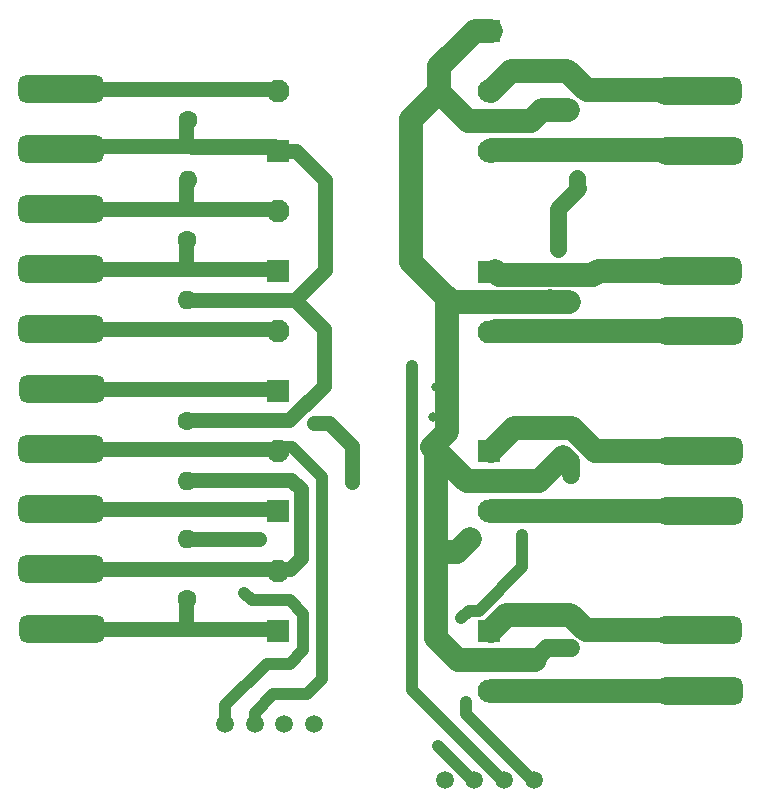
<source format=gbr>
%TF.GenerationSoftware,KiCad,Pcbnew,7.0.10*%
%TF.CreationDate,2024-08-03T20:42:22-04:00*%
%TF.ProjectId,12.X.2 - PLC Connector Combined,31322e58-2e32-4202-9d20-504c4320436f,rev?*%
%TF.SameCoordinates,Original*%
%TF.FileFunction,Copper,L2,Bot*%
%TF.FilePolarity,Positive*%
%FSLAX46Y46*%
G04 Gerber Fmt 4.6, Leading zero omitted, Abs format (unit mm)*
G04 Created by KiCad (PCBNEW 7.0.10) date 2024-08-03 20:42:22*
%MOMM*%
%LPD*%
G01*
G04 APERTURE LIST*
G04 Aperture macros list*
%AMRoundRect*
0 Rectangle with rounded corners*
0 $1 Rounding radius*
0 $2 $3 $4 $5 $6 $7 $8 $9 X,Y pos of 4 corners*
0 Add a 4 corners polygon primitive as box body*
4,1,4,$2,$3,$4,$5,$6,$7,$8,$9,$2,$3,0*
0 Add four circle primitives for the rounded corners*
1,1,$1+$1,$2,$3*
1,1,$1+$1,$4,$5*
1,1,$1+$1,$6,$7*
1,1,$1+$1,$8,$9*
0 Add four rect primitives between the rounded corners*
20,1,$1+$1,$2,$3,$4,$5,0*
20,1,$1+$1,$4,$5,$6,$7,0*
20,1,$1+$1,$6,$7,$8,$9,0*
20,1,$1+$1,$8,$9,$2,$3,0*%
G04 Aperture macros list end*
%TA.AperFunction,ComponentPad*%
%ADD10R,1.950000X1.950000*%
%TD*%
%TA.AperFunction,ComponentPad*%
%ADD11C,1.950000*%
%TD*%
%TA.AperFunction,ComponentPad*%
%ADD12C,1.600000*%
%TD*%
%TA.AperFunction,ComponentPad*%
%ADD13O,1.600000X1.600000*%
%TD*%
%TA.AperFunction,ComponentPad*%
%ADD14C,1.498600*%
%TD*%
%TA.AperFunction,SMDPad,CuDef*%
%ADD15RoundRect,0.572500X3.045750X0.572500X-3.045750X0.572500X-3.045750X-0.572500X3.045750X-0.572500X0*%
%TD*%
%TA.AperFunction,ViaPad*%
%ADD16C,0.800000*%
%TD*%
%TA.AperFunction,Conductor*%
%ADD17C,1.016000*%
%TD*%
%TA.AperFunction,Conductor*%
%ADD18C,2.000000*%
%TD*%
%TA.AperFunction,Conductor*%
%ADD19C,1.270000*%
%TD*%
%TA.AperFunction,Conductor*%
%ADD20C,1.473200*%
%TD*%
%TA.AperFunction,Conductor*%
%ADD21C,1.500000*%
%TD*%
%TA.AperFunction,Conductor*%
%ADD22C,1.999996*%
%TD*%
G04 APERTURE END LIST*
D10*
%TO.P,J317,1,1*%
%TO.N,Net-(J305-Pin_1)*%
X110500000Y-87650000D03*
D11*
%TO.P,J317,2,2*%
%TO.N,Net-(J306-Pin_1)*%
X110500000Y-92730000D03*
%TD*%
D12*
%TO.P,R204,1*%
%TO.N,M*%
X85008250Y-74782224D03*
D13*
%TO.P,R204,2*%
%TO.N,Net-(J208-Pin_1)*%
X85008250Y-79862224D03*
%TD*%
D10*
%TO.P,J222,1,1*%
%TO.N,Net-(J205-Pin_1)*%
X92640000Y-97740000D03*
D11*
%TO.P,J222,2,2*%
%TO.N,Net-(J206-Pin_1)*%
X92640000Y-92660000D03*
%TD*%
D12*
%TO.P,R202,1*%
%TO.N,M*%
X84918250Y-100297224D03*
D13*
%TO.P,R202,2*%
%TO.N,Net-(J202-Pin_1)*%
X84918250Y-105377224D03*
%TD*%
D10*
%TO.P,J224,1,1*%
%TO.N,Net-(J201-Pin_1)*%
X92640000Y-118060000D03*
D11*
%TO.P,J224,2,2*%
%TO.N,Net-(J202-Pin_1)*%
X92640000Y-112980000D03*
%TD*%
D10*
%TO.P,J320,1,1*%
%TO.N,Net-(J313-Pin_1)*%
X110500000Y-102810000D03*
D11*
%TO.P,J320,2,2*%
%TO.N,Net-(J314-Pin_1)*%
X110500000Y-107890000D03*
%TD*%
D12*
%TO.P,R201,1*%
%TO.N,Net-(J201-Pin_1)*%
X84878250Y-115392224D03*
D13*
%TO.P,R201,2*%
%TO.N,M*%
X84878250Y-110312224D03*
%TD*%
D14*
%TO.P,J226,1,1*%
%TO.N,Net-(J206-Pin_1)*%
X95660000Y-125970000D03*
%TO.P,J226,2,2*%
%TO.N,Net-(J205-Pin_1)*%
X93160000Y-125970000D03*
%TO.P,J226,3,3*%
%TO.N,Net-(J204-Pin_1)*%
X90660000Y-125970000D03*
%TO.P,J226,4,4*%
%TO.N,Net-(J203-Pin_1)*%
X88160000Y-125970000D03*
%TD*%
D10*
%TO.P,J318,1,1*%
%TO.N,GNDPWR*%
X110500000Y-67250000D03*
D11*
%TO.P,J318,2,2*%
%TO.N,Net-(J303-Pin_1)*%
X110500000Y-72330000D03*
%TO.P,J318,3,3*%
%TO.N,Net-(J304-Pin_1)*%
X110500000Y-77410000D03*
%TD*%
D12*
%TO.P,R203,1*%
%TO.N,Net-(J207-Pin_1)*%
X84918250Y-85002224D03*
D13*
%TO.P,R203,2*%
%TO.N,M*%
X84918250Y-90082224D03*
%TD*%
D10*
%TO.P,J221,1,1*%
%TO.N,Net-(J203-Pin_1)*%
X92640000Y-107900000D03*
D11*
%TO.P,J221,2,2*%
%TO.N,Net-(J204-Pin_1)*%
X92640000Y-102820000D03*
%TD*%
D10*
%TO.P,J223,1,1*%
%TO.N,M*%
X92640000Y-77420000D03*
D11*
%TO.P,J223,2,2*%
%TO.N,Net-(J210-Pin_1)*%
X92640000Y-72340000D03*
%TD*%
D10*
%TO.P,J225,1,1*%
%TO.N,Net-(J207-Pin_1)*%
X92640000Y-87580000D03*
D11*
%TO.P,J225,2,2*%
%TO.N,Net-(J208-Pin_1)*%
X92640000Y-82500000D03*
%TD*%
D10*
%TO.P,J319,1,1*%
%TO.N,Net-(J301-Pin_1)*%
X110500000Y-118050000D03*
D11*
%TO.P,J319,2,2*%
%TO.N,Net-(J302-Pin_1)*%
X110500000Y-123130000D03*
%TD*%
D14*
%TO.P,J321,1,1*%
%TO.N,Net-(J304-Pin_1)*%
X114260000Y-130690000D03*
%TO.P,J321,2,2*%
%TO.N,Net-(J306-Pin_1)*%
X111760000Y-130690000D03*
%TO.P,J321,3,3*%
%TO.N,Net-(J314-Pin_1)*%
X109260000Y-130690000D03*
%TO.P,J321,4,4*%
%TO.N,Net-(J302-Pin_1)*%
X106760000Y-130690000D03*
%TD*%
D15*
%TO.P,J302,1,Pin_1*%
%TO.N,Net-(J302-Pin_1)*%
X128318250Y-123125000D03*
%TD*%
%TO.P,J314,1,Pin_1*%
%TO.N,Net-(J314-Pin_1)*%
X128328250Y-107885000D03*
%TD*%
%TO.P,J212,1,Pin_1*%
%TO.N,Net-(J202-Pin_1)*%
X74258250Y-112817224D03*
%TD*%
%TO.P,J216,1,Pin_1*%
%TO.N,Net-(J206-Pin_1)*%
X74268250Y-92497224D03*
%TD*%
%TO.P,J213,1,Pin_1*%
%TO.N,Net-(J203-Pin_1)*%
X74268250Y-107737224D03*
%TD*%
%TO.P,J217,1,Pin_1*%
%TO.N,Net-(J207-Pin_1)*%
X74268250Y-87407224D03*
%TD*%
%TO.P,J306,1,Pin_1*%
%TO.N,Net-(J306-Pin_1)*%
X128328250Y-92645000D03*
%TD*%
%TO.P,J219,1,Pin_1*%
%TO.N,M*%
X74238250Y-77247224D03*
%TD*%
%TO.P,J313,1,Pin_1*%
%TO.N,Net-(J313-Pin_1)*%
X128318250Y-102815000D03*
%TD*%
%TO.P,J211,1,Pin_1*%
%TO.N,Net-(J201-Pin_1)*%
X74340000Y-117907224D03*
%TD*%
%TO.P,J301,1,Pin_1*%
%TO.N,Net-(J301-Pin_1)*%
X128308250Y-118035000D03*
%TD*%
%TO.P,J214,1,Pin_1*%
%TO.N,Net-(J204-Pin_1)*%
X74258250Y-102667224D03*
%TD*%
%TO.P,J303,1,Pin_1*%
%TO.N,Net-(J303-Pin_1)*%
X128288250Y-72325000D03*
%TD*%
%TO.P,J304,1,Pin_1*%
%TO.N,Net-(J304-Pin_1)*%
X128311750Y-77405000D03*
%TD*%
%TO.P,J215,1,Pin_1*%
%TO.N,Net-(J205-Pin_1)*%
X74320000Y-97580000D03*
%TD*%
%TO.P,J218,1,Pin_1*%
%TO.N,Net-(J208-Pin_1)*%
X74258250Y-82347224D03*
%TD*%
%TO.P,J305,1,Pin_1*%
%TO.N,Net-(J305-Pin_1)*%
X128308250Y-87565000D03*
%TD*%
%TO.P,J220,1,Pin_1*%
%TO.N,Net-(J210-Pin_1)*%
X74238250Y-72187224D03*
%TD*%
D16*
%TO.N,Net-(J306-Pin_1)*%
X120134251Y-92670999D03*
X121294251Y-92670999D03*
X122474251Y-92670999D03*
X103972385Y-95625000D03*
%TO.N,Net-(J302-Pin_1)*%
X121870473Y-123124777D03*
X123300474Y-123124776D03*
X120148026Y-123124774D03*
%TO.N,Net-(J304-Pin_1)*%
X113311950Y-109950000D03*
X121454251Y-77400999D03*
X108153251Y-117010999D03*
X122764251Y-77380999D03*
X108528053Y-124116801D03*
X120234251Y-77391838D03*
%TO.N,Net-(J201-Pin_1)*%
X79471250Y-117874224D03*
X80868250Y-117874224D03*
X82265250Y-117874224D03*
%TO.N,Net-(J202-Pin_1)*%
X79471250Y-112794224D03*
X80868250Y-112794224D03*
X82392250Y-112794224D03*
%TO.N,Net-(J203-Pin_1)*%
X79471250Y-107714224D03*
X89758150Y-114826224D03*
X81249250Y-107714224D03*
X82773250Y-107714224D03*
%TO.N,Net-(J204-Pin_1)*%
X81249250Y-102634224D03*
X79598250Y-102634224D03*
X82773250Y-102634224D03*
%TO.N,Net-(J205-Pin_1)*%
X95679002Y-100444402D03*
X79852250Y-97554224D03*
X81503250Y-97554224D03*
X98902250Y-105440000D03*
X83027250Y-97554224D03*
%TO.N,Net-(J206-Pin_1)*%
X83281250Y-92474224D03*
X79852250Y-92474224D03*
X81630248Y-92474224D03*
%TO.N,Net-(J207-Pin_1)*%
X83027250Y-87394224D03*
X81376250Y-87394224D03*
X79852250Y-87394224D03*
%TO.N,Net-(J208-Pin_1)*%
X81503250Y-82314224D03*
X79725250Y-82314224D03*
X83281250Y-82314224D03*
%TO.N,M*%
X82773250Y-76980224D03*
X79344250Y-76980224D03*
X90012252Y-110254224D03*
X91282250Y-100221224D03*
X92425250Y-100221224D03*
X80995250Y-76980224D03*
X91028250Y-110254224D03*
%TO.N,Net-(J301-Pin_1)*%
X121667834Y-118059051D03*
X120434251Y-118040935D03*
X123002549Y-118042573D03*
%TO.N,Net-(J303-Pin_1)*%
X116350000Y-84850000D03*
X120264251Y-72280999D03*
X117950002Y-79700000D03*
X122864251Y-72310999D03*
X118058236Y-80608257D03*
X116350000Y-85750000D03*
X121454251Y-72310999D03*
%TO.N,Net-(J305-Pin_1)*%
X120234251Y-87570999D03*
X122644251Y-87560999D03*
X121404251Y-87540999D03*
%TO.N,Net-(J314-Pin_1)*%
X120034251Y-107891092D03*
X106202435Y-127849083D03*
X122754251Y-107840999D03*
X121334251Y-107870999D03*
%TO.N,Net-(J313-Pin_1)*%
X120034251Y-102870999D03*
X122904251Y-102850999D03*
X121474251Y-102870999D03*
%TO.N,GNDPWR*%
X115011251Y-73957999D03*
X117551241Y-104450499D03*
X117344251Y-119560999D03*
X105782385Y-99929133D03*
X108106625Y-68416625D03*
X103964011Y-78910999D03*
X107241626Y-69281624D03*
X117344251Y-73990999D03*
X103896138Y-77299998D03*
X108325000Y-111050000D03*
X105992385Y-97452999D03*
X117134251Y-103390999D03*
X108900001Y-110325001D03*
X115694741Y-90165509D03*
X103896138Y-75478864D03*
X115392251Y-119550999D03*
X117297251Y-90213999D03*
%TD*%
D17*
%TO.N,Net-(J306-Pin_1)*%
X103972369Y-123079017D02*
X103972369Y-95625016D01*
D18*
X128234251Y-92670999D02*
X120134251Y-92670999D01*
D17*
X111747351Y-130853999D02*
X103972369Y-123079017D01*
D18*
X120134251Y-92670999D02*
X110997583Y-92670999D01*
D17*
X103972369Y-95625016D02*
X103972385Y-95625000D01*
D18*
%TO.N,Net-(J302-Pin_1)*%
X110675230Y-123124770D02*
X110670000Y-123130000D01*
X128308691Y-123124770D02*
X110675230Y-123124770D01*
%TO.N,Net-(J304-Pin_1)*%
X128288046Y-77391838D02*
X120234251Y-77391838D01*
X120234251Y-77391838D02*
X110688162Y-77391838D01*
D17*
X113311950Y-112663050D02*
X113311950Y-109950000D01*
X109608000Y-116367000D02*
X113311950Y-112663050D01*
X108153251Y-117010999D02*
X108797250Y-116367000D01*
D18*
X110688162Y-77391838D02*
X110670000Y-77410000D01*
D17*
X114287351Y-130853999D02*
X108528053Y-125094701D01*
X108528053Y-125094701D02*
X108528053Y-124116801D01*
X108797250Y-116367000D02*
X109608000Y-116367000D01*
D19*
%TO.N,Net-(J201-Pin_1)*%
X84805250Y-117874220D02*
X74278395Y-117874220D01*
X79471250Y-117874224D02*
X80868250Y-117874224D01*
X92298250Y-117874224D02*
X92425250Y-117747224D01*
X74278395Y-117874220D02*
X74278391Y-117874224D01*
X82265250Y-117874224D02*
X92298250Y-117874224D01*
X80868250Y-117874224D02*
X82265250Y-117874224D01*
X84805250Y-115334224D02*
X84805250Y-117874220D01*
X74278391Y-117874224D02*
X79471250Y-117874224D01*
%TO.N,Net-(J202-Pin_1)*%
X80868250Y-112794224D02*
X79471250Y-112794224D01*
X79471250Y-112794224D02*
X79514250Y-112837224D01*
X94578250Y-111861750D02*
X94578250Y-106087224D01*
X93602776Y-112837224D02*
X94578250Y-111861750D01*
X94578250Y-106087224D02*
X93748250Y-105257224D01*
X82392250Y-112794224D02*
X80868250Y-112794224D01*
X79514250Y-112837224D02*
X93602776Y-112837224D01*
X79471250Y-112794224D02*
X74279942Y-112794224D01*
X74279942Y-112794224D02*
X74271976Y-112802190D01*
X93748250Y-105257224D02*
X85278250Y-105257224D01*
D17*
%TO.N,Net-(J203-Pin_1)*%
X88160000Y-124380000D02*
X88160000Y-125970000D01*
X93620000Y-120870000D02*
X91670000Y-120870000D01*
X91670000Y-120870000D02*
X88160000Y-124380000D01*
D19*
X79471250Y-107714224D02*
X74289842Y-107714224D01*
D17*
X90421926Y-115490000D02*
X93640000Y-115490000D01*
X94770000Y-116620000D02*
X94770000Y-119720000D01*
D19*
X81249250Y-107714224D02*
X79471250Y-107714224D01*
X92425250Y-107587224D02*
X92298250Y-107714224D01*
D17*
X89758150Y-114826224D02*
X90421926Y-115490000D01*
D19*
X92298250Y-107714224D02*
X82773250Y-107714224D01*
D17*
X94770000Y-119720000D02*
X93620000Y-120870000D01*
D19*
X82773250Y-107714224D02*
X81249250Y-107714224D01*
X74289842Y-107714224D02*
X74280369Y-107723697D01*
D17*
X93640000Y-115490000D02*
X94770000Y-116620000D01*
%TO.N,Net-(J204-Pin_1)*%
X96362250Y-122137750D02*
X96362250Y-105065366D01*
D19*
X92425250Y-102507224D02*
X92298250Y-102634224D01*
D17*
X93804108Y-102507224D02*
X92425250Y-102507224D01*
X90660000Y-125970000D02*
X90660000Y-124990000D01*
X96362250Y-105065366D02*
X93804108Y-102507224D01*
D19*
X82773250Y-102634224D02*
X81249250Y-102634224D01*
D17*
X95080000Y-123420000D02*
X96362250Y-122137750D01*
D19*
X81249250Y-102634224D02*
X79598250Y-102634224D01*
X74283060Y-102634224D02*
X74271976Y-102645308D01*
X92298250Y-102634224D02*
X82773250Y-102634224D01*
D17*
X90660000Y-124990000D02*
X92230000Y-123420000D01*
D19*
X79598250Y-102634224D02*
X74283060Y-102634224D01*
D17*
X92230000Y-123420000D02*
X95080000Y-123420000D01*
D19*
%TO.N,Net-(J205-Pin_1)*%
X98902250Y-102380000D02*
X96966652Y-100444402D01*
X92298250Y-97554224D02*
X83027250Y-97554224D01*
X83027250Y-97554224D02*
X81503250Y-97554224D01*
X81503250Y-97554224D02*
X79852250Y-97554224D01*
X79852250Y-97554224D02*
X74199025Y-97554224D01*
X96966652Y-100444402D02*
X95679002Y-100444402D01*
X74199025Y-97554224D02*
X74168250Y-97584999D01*
X92425250Y-97427224D02*
X92298250Y-97554224D01*
X98902250Y-105440000D02*
X98902250Y-102380000D01*
%TO.N,Net-(J206-Pin_1)*%
X79845556Y-92480918D02*
X79852250Y-92474224D01*
X74272660Y-92480918D02*
X79845556Y-92480918D01*
X81630248Y-92474224D02*
X79852250Y-92474224D01*
X92425250Y-92347224D02*
X92298250Y-92474224D01*
X74273749Y-92482007D02*
X78836250Y-92482007D01*
X74272660Y-92480918D02*
X74273749Y-92482007D01*
X83281250Y-92474224D02*
X81630248Y-92474224D01*
X92298250Y-92474224D02*
X83281250Y-92474224D01*
%TO.N,Net-(J207-Pin_1)*%
X74287737Y-87394224D02*
X83027250Y-87394224D01*
X79852250Y-87394224D02*
X79861592Y-87403566D01*
X74271976Y-87409985D02*
X74287737Y-87394224D01*
X81366908Y-87403566D02*
X81376250Y-87394224D01*
X92298250Y-87394224D02*
X92425250Y-87267224D01*
X83027250Y-87394224D02*
X92298250Y-87394224D01*
X84805250Y-87394224D02*
X81376250Y-87394224D01*
X79861592Y-87403566D02*
X81366908Y-87403566D01*
X84805250Y-84981224D02*
X84805250Y-87394224D01*
%TO.N,Net-(J208-Pin_1)*%
X74278395Y-82325125D02*
X74289296Y-82314224D01*
X81503250Y-82314224D02*
X83281250Y-82314224D01*
X79725250Y-82314224D02*
X81503250Y-82314224D01*
X83281250Y-82314224D02*
X92298250Y-82314224D01*
X74289296Y-82314224D02*
X79725250Y-82314224D01*
X92298250Y-82314224D02*
X92425250Y-82187224D01*
X84805250Y-79824224D02*
X84805250Y-82314224D01*
X84794349Y-82325125D02*
X74278395Y-82325125D01*
X84805250Y-82314224D02*
X84794349Y-82325125D01*
%TO.N,M*%
X91282250Y-100221224D02*
X93578776Y-100221224D01*
X91282250Y-100221224D02*
X92425250Y-100221224D01*
X84805250Y-110254224D02*
X90012252Y-110254224D01*
X79344250Y-76980224D02*
X74564650Y-76980224D01*
X94135026Y-77420000D02*
X96616250Y-79901224D01*
X94076250Y-90061224D02*
X84805250Y-90061224D01*
X82773250Y-76980224D02*
X80995250Y-76980224D01*
X82773250Y-76980224D02*
X92298250Y-76980224D01*
X96616250Y-79901224D02*
X96616250Y-87521224D01*
X74564650Y-76980224D02*
X74293347Y-77251527D01*
X93578776Y-100221224D02*
X96489250Y-97310750D01*
X85313250Y-77107224D02*
X92425250Y-77107224D01*
X80995250Y-76980224D02*
X79344250Y-76980224D01*
X84805250Y-74744224D02*
X84805250Y-76599224D01*
X91028250Y-110254224D02*
X90012252Y-110254224D01*
X92425250Y-100221224D02*
X92795250Y-100221224D01*
X96616250Y-87521224D02*
X94076250Y-90061224D01*
X92298250Y-76980224D02*
X92425250Y-77107224D01*
X84805250Y-76599224D02*
X85313250Y-77107224D01*
X96489250Y-97310750D02*
X96489250Y-92474224D01*
X92640000Y-77420000D02*
X94135026Y-77420000D01*
X84805250Y-100221224D02*
X91282250Y-100221224D01*
X96489250Y-92474224D02*
X94076250Y-90061224D01*
%TO.N,Net-(J210-Pin_1)*%
X92298250Y-72154224D02*
X74289963Y-72154224D01*
X74289963Y-72154224D02*
X74268986Y-72175201D01*
X92425250Y-72027224D02*
X92298250Y-72154224D01*
D18*
%TO.N,Net-(J301-Pin_1)*%
X117376999Y-116756999D02*
X111963001Y-116756999D01*
X128318279Y-118040935D02*
X120434251Y-118040935D01*
X111963001Y-116756999D02*
X110670000Y-118050000D01*
X120434251Y-118040935D02*
X118660935Y-118040935D01*
X118660935Y-118040935D02*
X117376999Y-116756999D01*
%TO.N,Net-(J303-Pin_1)*%
X128322134Y-72319133D02*
X122872385Y-72319133D01*
X121462385Y-72319133D02*
X121454251Y-72310999D01*
D20*
X118058236Y-80608257D02*
X117950002Y-80500023D01*
D18*
X121454251Y-72310999D02*
X118750999Y-72310999D01*
X117095999Y-70655999D02*
X112344001Y-70655999D01*
X122872385Y-72319133D02*
X122864251Y-72310999D01*
X122864251Y-72310999D02*
X122856117Y-72319133D01*
D20*
X116350000Y-82316493D02*
X118058236Y-80608257D01*
X117950002Y-80500023D02*
X117950002Y-79700000D01*
D18*
X112344001Y-70655999D02*
X110670000Y-72330000D01*
X118750999Y-72310999D02*
X117095999Y-70655999D01*
D20*
X116350000Y-85750000D02*
X116350000Y-82316493D01*
D18*
X122856117Y-72319133D02*
X121462385Y-72319133D01*
%TO.N,Net-(J305-Pin_1)*%
X119311030Y-87965498D02*
X119705529Y-87570999D01*
X111372082Y-87965498D02*
X119311030Y-87965498D01*
X110977583Y-87570999D02*
X111372082Y-87965498D01*
X119705529Y-87570999D02*
X128134251Y-87570999D01*
D17*
%TO.N,Net-(J314-Pin_1)*%
X109207351Y-130853999D02*
X106202435Y-127849083D01*
D18*
X128303876Y-107891092D02*
X120034251Y-107891092D01*
X120034251Y-107891092D02*
X120033159Y-107890000D01*
X120033159Y-107890000D02*
X110670000Y-107890000D01*
%TO.N,Net-(J313-Pin_1)*%
X112598001Y-100881999D02*
X110670000Y-102810000D01*
X117487069Y-100881999D02*
X112598001Y-100881999D01*
X128323314Y-102828455D02*
X119433525Y-102828455D01*
X119433525Y-102828455D02*
X117487069Y-100881999D01*
%TO.N,GNDPWR*%
X103896125Y-74773123D02*
X103896125Y-75478851D01*
X106248250Y-72420998D02*
X108747252Y-74920000D01*
X110670000Y-67250000D02*
X109273250Y-67250000D01*
X106890385Y-89840133D02*
X106890385Y-101271865D01*
D21*
X115392251Y-119550999D02*
X114653250Y-120290000D01*
D18*
X106883251Y-89832999D02*
X106890385Y-89840133D01*
D17*
X115011251Y-73957999D02*
X115011252Y-73957998D01*
D21*
X117454251Y-104900999D02*
X117454251Y-103710999D01*
D18*
X105989251Y-111422999D02*
X105989251Y-102781999D01*
D21*
X117424251Y-119550999D02*
X115392251Y-119550999D01*
D18*
X106883251Y-89832999D02*
X107250252Y-90200000D01*
D21*
X117134251Y-103390999D02*
X116724253Y-103390999D01*
D18*
X103896125Y-75478851D02*
X103896138Y-75478864D01*
X106248250Y-72420998D02*
X103896125Y-74773123D01*
X108607252Y-105400000D02*
X114715250Y-105400000D01*
X117170251Y-73957999D02*
X115011251Y-73957999D01*
X105989251Y-114724999D02*
X105989251Y-111422999D01*
X105989251Y-118696993D02*
X107867714Y-120575456D01*
X106883251Y-89832999D02*
X103896138Y-86845886D01*
D22*
X105989251Y-111422999D02*
X107802001Y-111422999D01*
D18*
X106248250Y-70275000D02*
X107241626Y-69281624D01*
X109273250Y-67250000D02*
X107241626Y-69281624D01*
X117297251Y-90213999D02*
X115743231Y-90213999D01*
X105989251Y-114724999D02*
X105989251Y-118696993D01*
D21*
X117454251Y-103710999D02*
X117134251Y-103390999D01*
D18*
X103896138Y-86845886D02*
X103896138Y-75478864D01*
X115660250Y-90200000D02*
X115694741Y-90165509D01*
X105684751Y-102477499D02*
X108607252Y-105400000D01*
X105989251Y-102781999D02*
X105684751Y-102477499D01*
D22*
X107802001Y-111422999D02*
X108900000Y-110325000D01*
D18*
X107250252Y-90200000D02*
X115660250Y-90200000D01*
D21*
X116724253Y-103390999D02*
X116724252Y-103390998D01*
D18*
X106890385Y-101271865D02*
X105684751Y-102477499D01*
X107867714Y-120575456D02*
X114367794Y-120575456D01*
X114715250Y-105400000D02*
X116724252Y-103390998D01*
X108747252Y-74920000D02*
X114049250Y-74920000D01*
X115743231Y-90213999D02*
X115694741Y-90165509D01*
X106248250Y-72420998D02*
X106248250Y-70275000D01*
X114049250Y-74920000D02*
X115011252Y-73957998D01*
%TD*%
M02*

</source>
